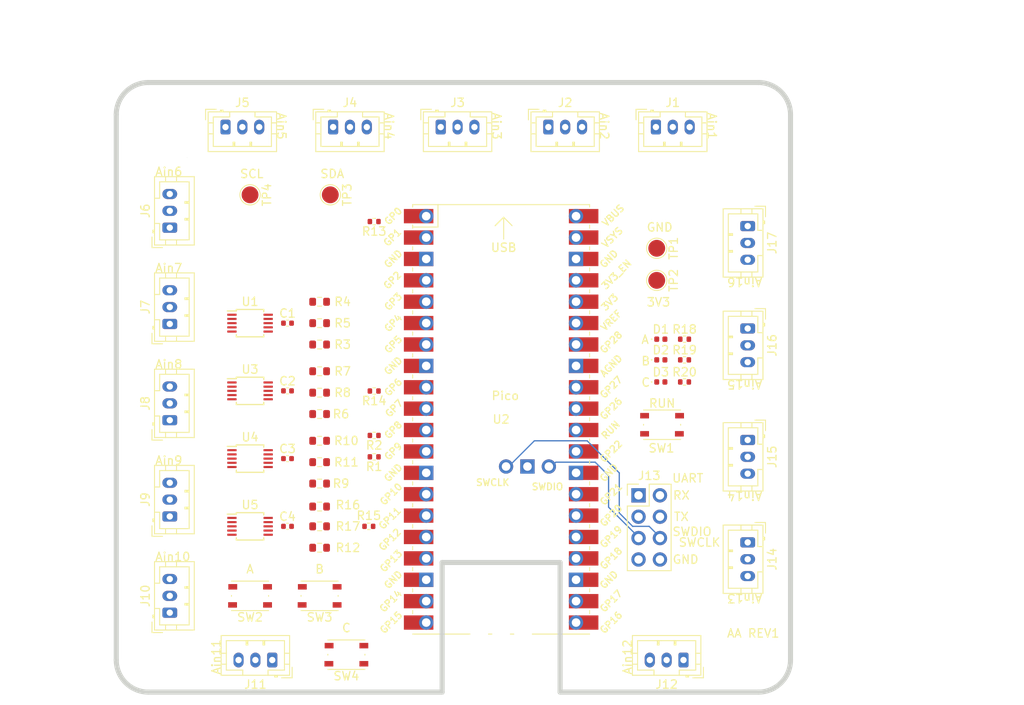
<source format=kicad_pcb>
(kicad_pcb (version 20221018) (generator pcbnew)
  (title_block (title "RPI-PWVSA   VGA, SD Card & Audio Demo Board for Pico W") (date "2022-01-10") (rev "REV2") (company "Raspberry Pi Ltd") (comment 1 "(c) Raspberry Pi 2022"))
  (layers (0 "F.Cu" jumper) (31 "B.Cu" signal) (34 "B.Paste" user) (35 "F.Paste" user) (36 "B.SilkS" user "B.Silkscreen") (37 "F.SilkS" user "F.Silkscreen") (38 "B.Mask" user) (39 "F.Mask" user) (44 "Edge.Cuts" user))
  (net 0 "")
  (net 1 "GND")
  (net 2 "/VSYS")
  (net 3 "+3V3")
  (net 4 "/GPIO5")
  (net 5 "/GPIO16")
  (net 6 "/GPIO17")
  (net 7 "/GPIO18")
  (net 8 "/GPIO19")
  (net 9 "/GPIO20")
  (net 10 "/GPIO21")
  (net 11 "/GPIO22")
  (net 12 "/GPIO26")
  (net 13 "/GPIO27")
  (net 14 "/GPIO28")
  (net 15 "/GPIO0")
  (net 16 "/GPIO6")
  (net 17 "/GPIO11")
  (net 18 "/GPIO4")
  (net 19 "/GPIO3")
  (net 20 "/GPIO2")
  (net 21 "/GPIO1")
  (net 22 "/GPIO10")
  (net 23 "/GPIO9")
  (net 24 "/GPIO8")
  (net 25 "/GPIO7")
  (net 26 "/GPIO15")
  (net 27 "/GPIO14")
  (net 28 "/GPIO13")
  (net 29 "/GPIO12")
  (net 30 "/RUN")
  (net 31 "VBUS")
  (net 32 "/SWCLK")
  (net 33 "/SWDIO")
  (net 34 "/AIN4")
  (net 35 "/AIN5")
  (net 36 "/AIN6")
  (net 37 "/AIN7")
  (net 38 "/AIN0")
  (net 39 "/AIN1")
  (net 40 "/AIN2")
  (net 41 "/AIN3")
  (net 42 "/AIN8")
  (net 43 "/AIN9")
  (net 44 "/AIN10")
  (net 45 "/AIN11")
  (net 48 "Net-(U1-VDD)")
  (net 49 "Net-(U3-VDD)")
  (net 50 "Net-(U4-VDD)")
  (net 51 "Net-(U5-VDD)")
  (net 52 "/AIN12")
  (net 53 "/AIN13")
  (net 54 "/AIN14")
  (net 55 "/AIN15")
  (net 56 "Net-(U1-SDA)")
  (net 57 "Net-(U1-SCL)")
  (net 58 "Net-(U3-SCL)")
  (net 59 "Net-(U3-SDA)")
  (net 60 "Net-(U4-SCL)")
  (net 61 "Net-(U4-ADDR)")
  (net 62 "Net-(U5-SCL)")
  (net 63 "Net-(U5-ADDR)")
  (net 68 "Net-(R13-Pad2)")
  (net 69 "Net-(R14-Pad2)")
  (net 70 "Net-(R15-Pad2)")
  (net 72 "Net-(D1-A)")
  (net 73 "Net-(D2-A)")
  (net 74 "Net-(D3-A)")
  (footprint "Button_Switch_SMD:SW_Push_1P1T_NO_Vertical_Wuerth_434133025816" (layer "F.Cu") (at 149.6 75.64)
    (fp_text reference "SW1")
    (fp_text value "SW_Push")
  )
  (footprint "Button_Switch_SMD:SW_Push_1P1T_NO_Vertical_Wuerth_434133025816" (layer "F.Cu") (at 108.96 95.96 180)
    (fp_text reference "SW3")
    (fp_text value "SW_Push")
  )
  (footprint "Button_Switch_SMD:SW_Push_1P1T_NO_Vertical_Wuerth_434133025816" (layer "F.Cu") (at 112.135 102.945 180)
    (fp_text reference "SW4")
    (fp_text value "SW_Push")
  )
  (footprint "Button_Switch_SMD:SW_Push_1P1T_NO_Vertical_Wuerth_434133025816" (layer "F.Cu") (at 100.705 95.96 180)
    (fp_text reference "SW2")
    (fp_text value "SW_Push")
  )
  (footprint "MountingHole:MountingHole_2.7mm_M2.5" (layer "F.Cu") (at 161.03 103.58)
    (fp_text reference "H3" hide)
    (fp_text value "MountingHole")
  )
  (footprint "MountingHole:MountingHole_2.7mm_M2.5" (layer "F.Cu") (at 88.64 103.58)
    (fp_text reference "H4" hide)
    (fp_text value "MountingHole")
  )
  (footprint "MountingHole:MountingHole_2.7mm_M2.5" (layer "F.Cu") (at 161.03 38.81)
    (fp_text reference "H1" hide)
    (fp_text value "MountingHole")
  )
  (footprint "MountingHole:MountingHole_2.7mm_M2.5" (layer "F.Cu") (at 88.64 38.81)
    (fp_text reference "H2" hide)
    (fp_text value "MountingHole")
  )
  (footprint "Connector_JST:JST_PH_B3B-PH-K_1x03_P2.00mm_Vertical" (layer "F.Cu") (at 91.18 63.67 90)
    (fp_text reference "J7")
    (fp_text value "Conn_01x03")
  )
  (footprint "RaspberryPI PicoW:RPi_PicoW_SMD_TH" (layer "F.Cu") (at 130.5 75)
    (fp_text reference "U2")
    (fp_text value "PicoW")
  )
  (footprint "Connector_JST:JST_PH_B3B-PH-K_1x03_P2.00mm_Vertical" (layer "F.Cu") (at 103.34 103.58 180)
    (fp_text reference "J11")
    (fp_text value "Conn_01x03")
  )
  (footprint "Connector_JST:JST_PH_B3B-PH-K_1x03_P2.00mm_Vertical" (layer "F.Cu") (at 152.14 103.58 180)
    (fp_text reference "J12")
    (fp_text value "Conn_01x03")
  )
  (footprint "Connector_JST:JST_PH_B3B-PH-K_1x03_P2.00mm_Vertical" (layer "F.Cu") (at 159.76 77.45 -90)
    (fp_text reference "J15")
    (fp_text value "Conn_01x03")
  )
  (footprint "Capacitor_SMD:C_0402_1005Metric" (layer "F.Cu") (at 105.15 71.618333)
    (fp_text reference "C2")
    (fp_text value "100n")
  )
  (footprint "Resistor_SMD:R_0402_1005Metric" (layer "F.Cu") (at 152.265 70.56)
    (fp_text reference "R20")
    (fp_text value "330")
  )
  (footprint "Connector_JST:JST_PH_B3B-PH-K_1x03_P2.00mm_Vertical" (layer "F.Cu") (at 159.76 89.61 -90)
    (fp_text reference "J14")
    (fp_text value "Conn_01x03")
  )
  (footprint "Connector_JST:JST_PH_B3B-PH-K_1x03_P2.00mm_Vertical" (layer "F.Cu") (at 91.18 86.53 90)
    (fp_text reference "J9")
    (fp_text value "Conn_01x03")
  )
  (footprint "Resistor_SMD:R_0603_1608Metric" (layer "F.Cu") (at 108.96 63.575)
    (fp_text reference "R5")
    (fp_text value "0")
  )
  (footprint "Resistor_SMD:R_0603_1608Metric" (layer "F.Cu") (at 108.96 74.37)
    (fp_text reference "R6")
    (fp_text value "0")
  )
  (footprint "Resistor_SMD:R_0603_1608Metric" (layer "F.Cu") (at 108.96 61.035)
    (fp_text reference "R4")
    (fp_text value "0")
  )
  (footprint "Resistor_SMD:R_0402_1005Metric" (layer "F.Cu") (at 115.435 71.635 180)
    (fp_text reference "R14")
    (fp_text value "1k")
  )
  (footprint "Connector_JST:JST_PH_B3B-PH-K_1x03_P2.00mm_Vertical" (layer "F.Cu") (at 91.18 75.1 90)
    (fp_text reference "J8")
    (fp_text value "Conn_01x03")
  )
  (footprint "Resistor_SMD:R_0603_1608Metric" (layer "F.Cu") (at 108.96 90.245)
    (fp_text reference "R12")
    (fp_text value "0")
  )
  (footprint "TestPoint:TestPoint_Pad_D2.0mm" (layer "F.Cu") (at 110.23 48.335 -90)
    (fp_text reference "TP3")
    (fp_text value "TestPoint")
  )
  (footprint "Resistor_SMD:R_0402_1005Metric" (layer "F.Cu") (at 115.435 79.45 180)
    (fp_text reference "R1")
    (fp_text value "5k")
  )
  (footprint "Resistor_SMD:R_0603_1608Metric" (layer "F.Cu") (at 108.96 71.83)
    (fp_text reference "R8")
    (fp_text value "0")
  )
  (footprint "Connector_JST:JST_PH_B3B-PH-K_1x03_P2.00mm_Vertical" (layer "F.Cu") (at 97.792888 40.292)
    (fp_text reference "J5")
    (fp_text value "Conn_01x03")
  )
  (footprint "Connector_PinHeader_2.54mm:PinHeader_2x04_P2.54mm_Vertical" (layer "F.Cu") (at 146.806 84.022)
    (fp_text reference "J13")
    (fp_text value "Conn_02x03_Odd_Even")
  )
  (footprint "Connector_JST:JST_PH_B3B-PH-K_1x03_P2.00mm_Vertical" (layer "F.Cu") (at 159.76 64.21 -90)
    (fp_text reference "J16")
    (fp_text value "Conn_01x03")
  )
  (footprint "Package_SO:TSSOP-10_3x3mm_P0.5mm" (layer "F.Cu") (at 100.705 87.705)
    (fp_text reference "U5")
    (fp_text value "ADS1115IDGS")
  )
  (footprint "LED_SMD:LED_0402_1005Metric" (layer "F.Cu") (at 149.45 67.935)
    (fp_text reference "D2")
    (fp_text value "LED")
  )
  (footprint "Resistor_SMD:R_0603_1608Metric" (layer "F.Cu") (at 108.96 77.545)
    (fp_text reference "R10")
    (fp_text value "0")
  )
  (footprint "Resistor_SMD:R_0402_1005Metric" (layer "F.Cu") (at 152.265 65.48)
    (fp_text reference "R18")
    (fp_text value "330")
  )
  (footprint "Connector_JST:JST_PH_B3B-PH-K_1x03_P2.00mm_Vertical" (layer "F.Cu") (at 159.76 52.05 -90)
    (fp_text reference "J17")
    (fp_text value "Conn_01x03")
  )
  (footprint "Resistor_SMD:R_0603_1608Metric" (layer "F.Cu") (at 108.96 85.355)
    (fp_text reference "R16")
    (fp_text value "0")
  )
  (footprint "Connector_JST:JST_PH_B3B-PH-K_1x03_P2.00mm_Vertical" (layer "F.Cu") (at 110.562164 40.292)
    (fp_text reference "J4")
    (fp_text value "Conn_01x03")
  )
  (footprint "Capacitor_SMD:C_0402_1005Metric" (layer "F.Cu") (at 105.15 63.575)
    (fp_text reference "C1")
    (fp_text value "100n")
  )
  (footprint "LED_SMD:LED_0402_1005Metric" (layer "F.Cu") (at 149.45 70.56)
    (fp_text reference "D3")
    (fp_text value "LED")
  )
  (footprint "Capacitor_SMD:C_0402_1005Metric" (layer "F.Cu") (at 105.15 79.661666)
    (fp_text reference "C3")
    (fp_text value "100n")
  )
  (footprint "Resistor_SMD:R_0603_1608Metric" (layer "F.Cu") (at 108.96 87.705)
    (fp_text reference "R17")
    (fp_text value "0")
  )
  (footprint "Capacitor_SMD:C_0402_1005Metric" (layer "F.Cu") (at 105.15 87.705)
    (fp_text reference "C4")
    (fp_text value "100n")
  )
  (footprint "TestPoint:TestPoint_Pad_D2.0mm" (layer "F.Cu") (at 148.965 54.685 -90)
    (fp_text reference "TP1")
    (fp_text value "TestPoint")
  )
  (footprint "Package_SO:TSSOP-10_3x3mm_P0.5mm" (layer "F.Cu") (at 100.705 63.575)
    (fp_text reference "U1")
    (fp_text value "ADS1115IDGS")
  )
  (footprint "TestPoint:TestPoint_Pad_D2.0mm" (layer "F.Cu") (at 100.705 48.335 -90)
    (fp_text reference "TP4")
    (fp_text value "TestPoint")
  )
  (footprint "Resistor_SMD:R_0402_1005Metric" (layer "F.Cu") (at 152.265 67.935)
    (fp_text reference "R19")
    (fp_text value "330")
  )
  (footprint "Resistor_SMD:R_0603_1608Metric" (layer "F.Cu") (at 108.96 80.085)
    (fp_text reference "R11")
    (fp_text value "0")
  )
  (footprint "Package_SO:TSSOP-10_3x3mm_P0.5mm" (layer "F.Cu") (at 100.705 71.618333)
    (fp_text reference "U3")
    (fp_text value "ADS1115IDGS")
  )
  (footprint "Connector_JST:JST_PH_B3B-PH-K_1x03_P2.00mm_Vertical" (layer "F.Cu") (at 123.33144 40.292)
    (fp_text reference "J3")
    (fp_text value "Conn_01x03")
  )
  (footprint "Resistor_SMD:R_0603_1608Metric" (layer "F.Cu") (at 108.96 82.625)
    (fp_text reference "R9")
    (fp_text value "0")
  )
  (footprint "Resistor_SMD:R_0603_1608Metric" (layer "F.Cu") (at 108.96 66.115)
    (fp_text reference "R3")
    (fp_text value "0")
  )
  (footprint "LED_SMD:LED_0402_1005Metric" (layer "F.Cu") (at 149.45 65.48)
    (fp_text reference "D1")
    (fp_text value "LED")
  )
  (footprint "Package_SO:TSSOP-10_3x3mm_P0.5mm" (layer "F.Cu") (at 100.705 79.661666)
    (fp_text reference "U4")
    (fp_text value "ADS1115IDGS")
  )
  (footprint "Connector_JST:JST_PH_B3B-PH-K_1x03_P2.00mm_Vertical" (layer "F.Cu") (at 91.18 52.24 90)
    (fp_text reference "J6")
    (fp_text value "Conn_01x03")
  )
  (footprint "Resistor_SMD:R_0402_1005Metric" (layer "F.Cu") (at 115.435 76.91 180)
    (fp_text reference "R2")
    (fp_text value "5k")
  )
  (footprint "Connector_JST:JST_PH_B3B-PH-K_1x03_P2.00mm_Vertical" (layer "F.Cu") (at 91.18 97.96 90)
    (fp_text reference "J10")
    (fp_text value "Conn_01x03")
  )
  (footprint "TestPoint:TestPoint_Pad_D2.0mm" (layer "F.Cu") (at 148.965 58.495 -90)
    (fp_text reference "TP2")
    (fp_text value "TestPoint")
  )
  (footprint "Connector_JST:JST_PH_B3B-PH-K_1x03_P2.00mm_Vertical" (layer "F.Cu") (at 148.87 40.292)
    (fp_text reference "J1")
    (fp_text value "Conn_01x03")
  )
  (footprint "Resistor_SMD:R_0603_1608Metric" (layer "F.Cu") (at 108.96 69.29)
    (fp_text reference "R7")
    (fp_text value "0")
  )
  (footprint "Resistor_SMD:R_0402_1005Metric" (layer "F.Cu") (at 115.435 51.51 180)
    (fp_text reference "R13")
    (fp_text value "1k")
  )
  (footprint "Resistor_SMD:R_0402_1005Metric" (layer "F.Cu") (at 114.8 87.705 180)
    (fp_text reference "R15")
    (fp_text value "1k")
  )
  (footprint "Connector_JST:JST_PH_B3B-PH-K_1x03_P2.00mm_Vertical" (layer "F.Cu") (at 136.100716 40.292)
    (fp_text reference "J2")
    (fp_text value "Conn_01x03")
  )
  (gr_line (start 129.8 52) (end 130.8 51) (stroke (width 0.12)) (layer "F.SilkS"))
  (gr_line (start 131.8 52) (end 130.8 51) (stroke (width 0.12)) (layer "F.SilkS"))
  (gr_line (start 130.8 53.6) (end 130.8 51) (stroke (width 0.12)) (layer "F.SilkS"))
  (gr_line (start 130.8 51) (end 129.8 52) (stroke (width 0.12)) (layer "F.SilkS"))
  (gr_line (start 93.23 43.92) (end 93.23 43.92) (stroke (width 0.05)) (layer "Edge.Cuts"))
  (gr_line (start 164.84 38.81) (end 164.84 103.58) (stroke (width 0.6)) (layer "Edge.Cuts"))
  (gr_arc (start 84.83 38.81) (mid 85.945923 36.115923) (end 88.64 35) (stroke (width 0.6)) (layer "Edge.Cuts"))
  (gr_line (start 137.5 107.39) (end 161.03 107.39) (stroke (width 0.6)) (layer "Edge.Cuts"))
  (gr_line (start 88.64 107.39) (end 123.5 107.39) (stroke (width 0.6)) (layer "Edge.Cuts"))
  (gr_line (start 137.5 92) (end 137.5 107.39) (stroke (width 0.6)) (layer "Edge.Cuts"))
  (gr_arc (start 88.64 107.39) (mid 85.945923 106.274077) (end 84.83 103.58) (stroke (width 0.6)) (layer "Edge.Cuts"))
  (gr_line (start 123.5 92) (end 123.5 107.39) (stroke (width 0.6)) (layer "Edge.Cuts"))
  (gr_line (start 88.64 35) (end 161.03 35) (stroke (width 0.6)) (layer "Edge.Cuts"))
  (gr_arc (start 164.84 103.58) (mid 163.724077 106.274077) (end 161.03 107.39) (stroke (width 0.6)) (layer "Edge.Cuts"))
  (gr_line (start 137.5 92) (end 123.5 92) (stroke (width 0.6)) (layer "Edge.Cuts"))
  (gr_line (start 84.83 38.81) (end 84.83 103.58) (stroke (width 0.6)) (layer "Edge.Cuts"))
  (gr_arc (start 161.03 35) (mid 163.724077 36.115923) (end 164.84 38.81) (stroke (width 0.6)) (layer "Edge.Cuts"))
  (gr_text "AA REV1" (at 157.22 100.405) (layer "F.SilkS") (effects (font (size 1 1)) (justify left)))
  (gr_text "C" (at 112.135 99.77) (layer "F.SilkS") (effects (font (size 1 1))))
  (gr_text "Ain13" (at 161.57 95.67 180) (layer "F.SilkS") (effects (font (size 1 1)) (justify left bottom)))
  (gr_text "Ain6" (at 89.37 46.18) (layer "F.SilkS") (effects (font (size 1 1)) (justify left bottom)))
  (gr_text "SWCLK" (at 154.045 89.61) (layer "F.SilkS") (effects (font (size 1 1))))
  (gr_text "A" (at 100.705 92.785) (layer "F.SilkS") (effects (font (size 1 1))))
  (gr_text "Ain1" (at 154.93 38.482 -90) (layer "F.SilkS") (effects (font (size 1 1)) (justify left bottom)))
  (gr_text "Ain2" (at 142.160716 38.482 -90) (layer "F.SilkS") (effects (font (size 1 1)) (justify left bottom)))
  (gr_text "Ain3" (at 129.39144 38.482 -90) (layer "F.SilkS") (effects (font (size 1 1)) (justify left bottom)))
  (gr_text "Ain4" (at 116.622164 38.482 -90) (layer "F.SilkS") (effects (font (size 1 1)) (justify left bottom)))
  (gr_text "Ain7" (at 89.37 57.61) (layer "F.SilkS") (effects (font (size 1 1)) (justify left bottom)))
  (gr_text "USB" (at 130.8 54.6) (layer "F.SilkS") (effects (font (size 1 1))))
  (gr_text "SDA" (at 108.96 46.43) (layer "F.SilkS") (effects (font (size 1 1)) (justify left bottom)))
  (gr_text "Ain12" (at 146.08 105.39 90) (layer "F.SilkS") (effects (font (size 1 1)) (justify left bottom)))
  (gr_text "3V3" (at 147.695 61.67) (layer "F.SilkS") (effects (font (size 1 1)) (justify left bottom)))
  (gr_text "Ain11" (at 97.28 105.39 90) (layer "F.SilkS") (effects (font (size 1 1)) (justify left bottom)))
  (gr_text "Ain15" (at 161.57 70.27 180) (layer "F.SilkS") (effects (font (size 1 1)) (justify left bottom)))
  (gr_text "B" (at 108.96 92.785) (layer "F.SilkS") (effects (font (size 1 1))))
  (gr_text "Ain10" (at 89.37 91.9) (layer "F.SilkS") (effects (font (size 1 1)) (justify left bottom)))
  (gr_text "Ain9" (at 89.37 80.47) (layer "F.SilkS") (effects (font (size 1 1)) (justify left bottom)))
  (gr_text "Ain14" (at 161.57 83.51 180) (layer "F.SilkS") (effects (font (size 1 1)) (justify left bottom)))
  (gr_text "B\n" (at 147.06 68.655) (layer "F.SilkS") (effects (font (size 1 1)) (justify left bottom)))
  (gr_text "Ain16" (at 161.57 58.11 180) (layer "F.SilkS") (effects (font (size 1 1)) (justify left bottom)))
  (gr_text "GND" (at 147.695 52.78) (layer "F.SilkS") (effects (font (size 1 1)) (justify left bottom)))
  (gr_text "A" (at 147.06 66.115) (layer "F.SilkS") (effects (font (size 1 1)) (justify left bottom)))
  (gr_text "RUN" (at 149.6 73.1) (layer "F.SilkS") (effects (font (size 1 1))))
  (gr_text "C" (at 147.06 71.195) (layer "F.SilkS") (effects (font (size 1 1)) (justify left bottom)))
  (gr_text "SWDIO" (at 153.156 88.34) (layer "F.SilkS") (effects (font (size 1 1))))
  (gr_text "SCL" (at 99.435 46.43) (layer "F.SilkS") (effects (font (size 1 1)) (justify left bottom)))
  (gr_text "Ain5" (at 103.852888 38.482 -90) (layer "F.SilkS") (effects (font (size 1 1)) (justify left bottom)))
  (gr_text "RX" (at 151.886 84.022) (layer "F.SilkS") (effects (font (size 1 1))))
  (gr_text "UART" (at 152.648 81.99) (layer "F.SilkS") (effects (font (size 1 1))))
  (gr_text "TX" (at 151.886 86.562) (layer "F.SilkS") (effects (font (size 1 1))))
  (gr_text "Pico" (at 131 72.2) (layer "F.SilkS") (effects (font (size 1 1))))
  (gr_text "GND" (at 152.394 91.642) (layer "F.SilkS") (effects (font (size 1 1))))
  (gr_text "Ain8" (at 89.37 69.04) (layer "F.SilkS") (effects (font (size 1 1)) (justify left bottom)))
  (segment (start 139.463 76.343) (end 139.39 76.27) (width 0.15) (layer "F.Cu") (net 30))
  (segment (start 140.71 77.545) (end 134.4491 77.545) (width 0.15) (layer "B.Cu") (net 32))
  (segment (start 144.52 81.355) (end 140.71 77.545) (width 0.15) (layer "B.Cu") (net 32))
  (segment (start 146.1075 87.705) (end 144.52 86.1175) (width 0.15) (layer "B.Cu") (net 32))
  (segment (start 149.34 88.98) (end 148.065 87.705) (width 0.15) (layer "B.Cu") (net 32))
  (segment (start 144.52 86.1175) (end 144.52 81.355) (width 0.15) (layer "B.Cu") (net 32))
  (segment (start 148.065 87.705) (end 146.1075 87.705) (width 0.15) (layer "B.Cu") (net 32))
  (segment (start 134.4491 77.545) (end 131.3941 80.6) (width 0.15) (layer "B.Cu") (net 32))
  (segment (start 136.9891 80.085) (end 136.4741 80.6) (width 0.15) (layer "B.Cu") (net 33))
  (segment (start 136.9891 80.085) (end 141.6625 80.085) (width 0.15) (layer "B.Cu") (net 33))
  (segment (start 143.25 85.43) (end 143.25 81.6725) (width 0.15) (layer "B.Cu") (net 33))
  (segment (start 146.8 88.98) (end 143.25 85.43) (width 0.15) (layer "B.Cu") (net 33))
  (segment (start 143.25 81.6725) (end 141.6625 80.085) (width 0.15) (layer "B.Cu") (net 33))
)
</source>
